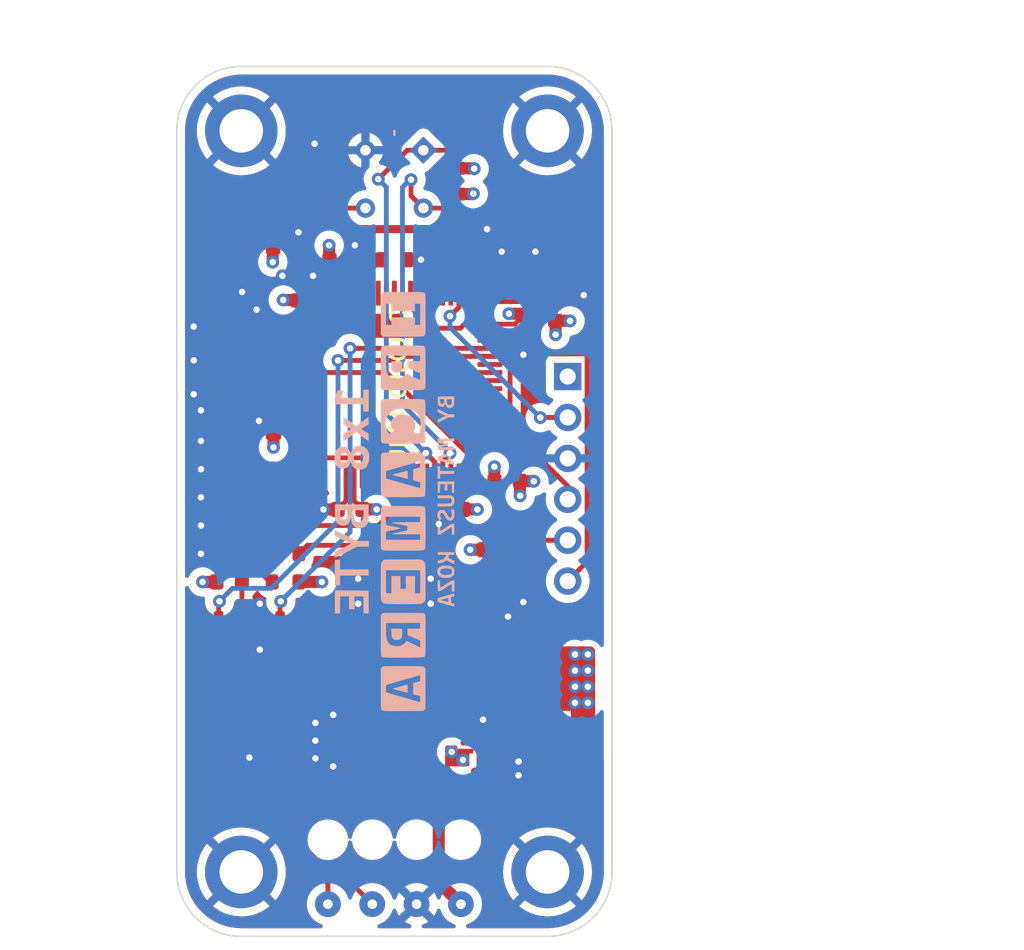
<source format=kicad_pcb>
(kicad_pcb (version 20211014) (generator pcbnew)
  (layers (0 "F.Cu" signal) (1 "In1.Cu" power "GND") (2 "In2.Cu" power "PWR") (31 "B.Cu" signal) (34 "B.Paste" user) (35 "F.Paste" user) (36 "B.SilkS" user "B.Silkscreen") (37 "F.SilkS" user "F.Silkscreen") (38 "B.Mask" user) (39 "F.Mask" user) (44 "Edge.Cuts" user))
  (net 0 "")
  (net 1 "/+3V3_uC")
  (net 2 "GND")
  (net 3 "/OSC IN")
  (net 4 "Net-(C10-Pad1)")
  (net 5 "/NRST")
  (net 6 "/Power Supply 3.3v 2.6v/+24V safe")
  (net 7 "Net-(C13-Pad1)")
  (net 8 "Net-(C14-Pad1)")
  (net 9 "+2V6")
  (net 10 "+3V3")
  (net 11 "Net-(C17-Pad1)")
  (net 12 "Net-(D2-Pad2)")
  (net 13 "Net-(D3-Pad2)")
  (net 14 "Net-(D4-Pad2)")
  (net 15 "Net-(D5-Pad2)")
  (net 16 "Net-(D6-Pad2)")
  (net 17 "+24V")
  (net 18 "Net-(F1-Pad2)")
  (net 19 "Net-(FB4-Pad2)")
  (net 22 "/CAN -")
  (net 23 "/SCL")
  (net 24 "/SDA")
  (net 25 "/SWCLK")
  (net 26 "/SWDIO")
  (net 27 "/SWO")
  (net 28 "/CAN +")
  (net 29 "Net-(IC1-Pad8)")
  (net 30 "Net-(R1-Pad1)")
  (net 31 "/OSC OUT")
  (net 32 "Net-(R3-Pad1)")
  (net 33 "/LED ERR")
  (net 34 "/LED WAR1")
  (net 35 "/LED WAR2")
  (net 36 "/LED OK")
  (net 64 "/CAN RX")
  (net 65 "/CAN TX")
  (footprint "Resistor_SMD:R_0603_1608Metric" (layer "F.Cu") (at 106 90.25 180)
    (fp_text reference "R8")
    (fp_text value "1k5")
  )
  (footprint "MountingHole:MountingHole_2.7mm_M2.5_ISO14580_Pad" (layer "F.Cu") (at 103.25 67.5)
    (fp_text reference "H4")
    (fp_text value "Mounting_Pad")
  )
  (footprint "MountingHole:MountingHole_2.7mm_M2.5_ISO14580_Pad" (layer "F.Cu") (at 103.25 113.5)
    (fp_text reference "H2")
    (fp_text value "Mounting_Pad")
  )
  (footprint "Diode_SMD:D_0603_1608Metric" (layer "F.Cu") (at 102.5 86.75)
    (fp_text reference "D2")
    (fp_text value "RED")
  )
  (footprint "Mosfet:SOT-223-4-NFET" (layer "F.Cu") (at 111.25 102.25)
    (fp_text reference "Q1")
    (fp_text value "FQT3P20TF" hide)
  )
  (footprint "Diode_SMD:D_0603_1608Metric" (layer "F.Cu") (at 102.5 88.5)
    (fp_text reference "D4")
    (fp_text value "YELLOW")
  )
  (footprint "Capacitor_SMD:C_0603_1608Metric" (layer "F.Cu") (at 120.75 79.75 -90)
    (fp_text reference "C4")
    (fp_text value "100n")
  )
  (footprint "Resistor_SMD:R_0603_1608Metric" (layer "F.Cu") (at 106 93.75 180)
    (fp_text reference "R9")
    (fp_text value "1k5")
  )
  (footprint "Package_TO_SOT_SMD:SOT-23-5" (layer "F.Cu") (at 121.5 75 180)
    (fp_text reference "U2")
    (fp_text value "MIC5306-2.6YD5-TR")
  )
  (footprint "Inductor_SMD:L_0603_1608Metric" (layer "F.Cu") (at 108.75 72.25 90)
    (fp_text reference "FB3")
    (fp_text value "60R@100MHz")
  )
  (footprint "Resistor_SMD:R_0603_1608Metric" (layer "F.Cu") (at 106 88.5 180)
    (fp_text reference "R4")
    (fp_text value "1k5")
  )
  (footprint "Inductor_SMD:L_0603_1608Metric" (layer "F.Cu") (at 102.5 95.5)
    (fp_text reference "FB4")
    (fp_text value "60R@100MHz")
  )
  (footprint "Package_DFN_QFN:TDFN-8-1EP_2x2mm_P0.5mm_EP0.8x1.2mm" (layer "F.Cu") (at 118.25 105.25)
    (fp_text reference "IC1")
    (fp_text value "MAX15462AATA+")
  )
  (footprint "Jumper:SolderJumper-2_P1.3mm_Open_TrianglePad1.0x1.5mm" (layer "F.Cu") (at 111.25 102.25)
    (fp_text reference "JP1")
    (fp_text value "SolderJumper_2_Open")
  )
  (footprint "Capacitor_SMD:C_0603_1608Metric" (layer "F.Cu") (at 109.5 75.5)
    (fp_text reference "C2")
    (fp_text value "100n")
  )
  (footprint "Capacitor_SMD:C_1206_3216Metric" (layer "F.Cu") (at 122.95 105.25 180)
    (fp_text reference "C16")
    (fp_text value "10u")
  )
  (footprint "Diode_SMD:D_0603_1608Metric" (layer "F.Cu") (at 102.5 90.25)
    (fp_text reference "D3")
    (fp_text value "YELLOW")
  )
  (footprint "Package_SO:SOIC-8_3.9x4.9mm_P1.27mm" (layer "F.Cu") (at 103.75 100.75 -90)
    (fp_text reference "U3")
    (fp_text value "SN65HVD232")
  )
  (footprint "Capacitor_SMD:C_0603_1608Metric" (layer "F.Cu") (at 106 74.75)
    (fp_text reference "C1")
    (fp_text value "4u7")
  )
  (footprint "Capacitor_SMD:C_0603_1608Metric" (layer "F.Cu") (at 108.75 69 90)
    (fp_text reference "C17")
    (fp_text value "100n")
  )
  (footprint "Capacitor_SMD:C_0603_1608Metric" (layer "F.Cu") (at 117.475 103)
    (fp_text reference "C12")
    (fp_text value "1u")
  )
  (footprint "Crystal:Crystal_SMD_SeikoEpson_TSX3225-4Pin_3.2x2.5mm" (layer "F.Cu") (at 102.5 81.75 -90)
    (fp_text reference "Y1")
    (fp_text value "16MGHz")
  )
  (footprint "Inductor_SMD:L_0603_1608Metric" (layer "F.Cu") (at 122.75 78.5 90)
    (fp_text reference "FB2")
    (fp_text value "60R@100MHz")
  )
  (footprint "logo:logo_3mm_FCu" (layer "F.Cu") (at 102.5 73.75 90)
    (fp_text reference "G***")
    (fp_text value "LOGO" hide)
  )
  (footprint "Diode_SMD:D_0603_1608Metric" (layer "F.Cu") (at 102.5 92)
    (fp_text reference "D5")
    (fp_text value "GREEN")
  )
  (footprint "Capacitor_SMD:C_0603_1608Metric" (layer "F.Cu") (at 118.725 107.5)
    (fp_text reference "C13")
    (fp_text value "1u")
  )
  (footprint "Capacitor_SMD:C_0603_1608Metric" (layer "F.Cu") (at 124.5 76 -90)
    (fp_text reference "C14")
    (fp_text value "100n")
  )
  (footprint "Connector_Wire:SolderWire-0.1sqmm_1x04_P3.6mm_D0.4mm_OD1mm_Relief" (layer "F.Cu") (at 116.875 115.5 180)
    (fp_text reference "J2")
    (fp_text value "CAN_01x04")
  )
  (footprint "Capacitor_SMD:C_0603_1608Metric" (layer "F.Cu") (at 102.575 84.85 180)
    (fp_text reference "C10")
    (fp_text value "8p")
  )
  (footprint "Inductor_SMD:L_Vishay_IFSC-1515AH_4x4x1.8mm" (layer "F.Cu") (at 121.475 101.5)
    (fp_text reference "L1")
    (fp_text value "33μH")
  )
  (footprint "Fuse:Fuse_1210_3225Metric" (layer "F.Cu") (at 114 108.5 180)
    (fp_text reference "F1")
    (fp_text value "200mA")
  )
  (footprint "Resistor_SMD:R_0603_1608Metric" (layer "F.Cu") (at 112.75 75.5)
    (fp_text reference "R1")
    (fp_text value "100k")
  )
  (footprint "Capacitor_SMD:C_0603_1608Metric" (layer "F.Cu") (at 116.25 91 180)
    (fp_text reference "C7")
    (fp_text value "100n")
  )
  (footprint "Button:PTS815SJK250SMTRLFS" (layer "F.Cu") (at 112.75 95 180)
    (fp_text reference "SW1")
    (fp_text value "RESET" hide)
  )
  (footprint "Resistor_SMD:R_0603_1608Metric" (layer "F.Cu") (at 106 95.5 180)
    (fp_text reference "R10")
    (fp_text value "1k5")
  )
  (footprint "Resistor_SMD:R_0603_1608Metric" (layer "F.Cu") (at 105.25 82 -90)
    (fp_text reference "R2")
    (fp_text value "47")
  )
  (footprint "MountingHole:MountingHole_2.7mm_M2.5_ISO14580_Pad" (layer "F.Cu") (at 122.25 67.5)
    (fp_text reference "H3")
    (fp_text value "Mounting_Pad")
  )
  (footprint "Capacitor_SMD:C_0603_1608Metric" (layer "F.Cu") (at 105.25 85.5 90)
    (fp_text reference "C3")
    (fp_text value "100n")
  )
  (footprint "Resistor_SMD:R_0603_1608Metric" (layer "F.Cu") (at 119.075 93.5 180)
    (fp_text reference "R11")
    (fp_text value "10k")
  )
  (footprint "Package_TO_SOT_SMD:SOT-23" (layer "F.Cu") (at 103.75 106.5 90)
    (fp_text reference "D1")
    (fp_text value "PESD2CAN,215")
  )
  (footprint "Diode_SMD:D_0603_1608Metric" (layer "F.Cu") (at 102.5 93.75)
    (fp_text reference "D6")
    (fp_text value "RED")
  )
  (footprint "Package_QFP:LQFP-64_10x10mm_P0.5mm" (layer "F.Cu") (at 113 83.25)
    (fp_text reference "U1")
    (fp_text value "STM32L4P5RET6")
  )
  (footprint "Capacitor_SMD:C_0603_1608Metric" (layer "F.Cu") (at 118.5 75.25 90)
    (fp_text reference "C15")
    (fp_text value "100n")
  )
  (footprint "Resistor_SMD:R_0603_1608Metric" (layer "F.Cu") (at 116.756052 69 90)
    (fp_text reference "R6")
    (fp_text value "4k7")
  )
  (footprint "Resistor_SMD:R_0603_1608Metric" (layer "F.Cu") (at 106 92 180)
    (fp_text reference "R7")
    (fp_text value "1k5")
  )
  (footprint "Capacitor_SMD:C_0603_1608Metric" (layer "F.Cu") (at 106.75 77.25 90)
    (fp_text reference "C5")
    (fp_text value "100n")
  )
  (footprint "MountingHole:MountingHole_2.7mm_M2.5_ISO14580_Pad" (layer "F.Cu") (at 122.25 113.5)
    (fp_text reference "H1")
    (fp_text value "Mounting_Pad")
  )
  (footprint "Capacitor_SMD:C_0603_1608Metric" (layer "F.Cu") (at 119.825 96 -90)
    (fp_text reference "C11")
    (fp_text value "100n")
  )
  (footprint "Capacitor_SMD:C_0603_1608Metric" (layer "F.Cu") (at 102.55 78.6)
    (fp_text reference "C9")
    (fp_text value "8p")
  )
  (footprint "Resistor_SMD:R_0603_1608Metric" (layer "F.Cu") (at 118.075 96 -90)
    (fp_text reference "R3")
    (fp_text value "1k")
  )
  (footprint "logo:logo_3mm_FMask" (layer "F.Cu") (at 102.5 73.75 90)
    (fp_text reference "G***")
    (fp_text value "LOGO" hide)
  )
  (footprint "Resistor_SMD:R_0603_1608Metric" (layer "F.Cu") (at 116.75 72.25 -90)
    (fp_text reference "R5")
    (fp_text value "4k7")
  )
  (footprint "Capacitor_SMD:C_0603_1608Metric" (layer "F.Cu") (at 110 91 180)
    (fp_text reference "C6")
    (fp_text value "100n")
  )
  (footprint "Inductor_SMD:L_0603_1608Metric" (layer "F.Cu") (at 119.75 89.25 180)
    (fp_text reference "FB1")
    (fp_text value "60R@100MHz")
  )
  (footprint "IRSensor:MLX90621ESFBAB000SP" (layer "B.Cu") (at 114.546052 68.70395 45)
    (fp_text reference "IC2")
    (fp_text value "MLX90621ESF-BAB-000-SP" hide)
  )
  (footprint "Connector_PinHeader_2.54mm:PinHeader_1x06_P2.54mm_Vertical" (layer "B.Cu") (at 123.5 82.75 180)
    (fp_text reference "J1")
    (fp_text value "SWD_01x06")
  )
  (footprint "mylogo:logo" (layer "B.Cu") (at 112.75 90.5 -90)
    (fp_text reference "G***")
    (fp_text value "LOGO" hide)
  )
  (gr_line (start 112.75 67.5) (end 112.75 67.75) (layer "B.SilkS") (width 0.15))
  (gr_line (start 103.25 117.5) (end 122.25 117.5) (layer "Edge.Cuts") (width 0.1))
  (gr_arc (start 103.25 117.5) (mid 100.421573 116.328427) (end 99.25 113.5) (layer "Edge.Cuts") (width 0.1))
  (gr_arc (start 99.25 67.5) (mid 100.421573 64.671573) (end 103.25 63.5) (layer "Edge.Cuts") (width 0.1))
  (gr_line (start 99.25 67.5) (end 99.25 113.5) (layer "Edge.Cuts") (width 0.1))
  (gr_line (start 126.25 67.5) (end 126.25 113.5) (layer "Edge.Cuts") (width 0.1))
  (gr_arc (start 122.25 63.5) (mid 125.078427 64.671573) (end 126.25 67.5) (layer "Edge.Cuts") (width 0.1))
  (gr_line (start 103.25 63.5) (end 122.25 63.5) (layer "Edge.Cuts") (width 0.1))
  (gr_arc (start 126.25 113.5) (mid 125.078427 116.328427) (end 122.25 117.5) (layer "Edge.Cuts") (width 0.1))
  (gr_text "JLCJLCJLCJLC" (at 113 83.25 90) (layer "F.SilkS") (effects (font (size 0.9 0.9) (thickness 0.19))))
  (segment (start 105.2 74.775) (end 105.225 74.75) (width 0.75) (layer "F.Cu") (net 1))
  (segment (start 116.75 88.925) (end 116.75 90.725) (width 0.3) (layer "F.Cu") (net 1))
  (segment (start 117.9 91) (end 117.025 91) (width 0.75) (layer "F.Cu") (net 1))
  (segment (start 116.75 90.725) (end 117.025 91) (width 0.3) (layer "F.Cu") (net 1))
  (segment (start 105.2 75.65) (end 105.2 74.775) (width 0.75) (layer "F.Cu") (net 1))
  (segment (start 105.25 86.275) (end 106.025 85.5) (width 0.3) (layer "F.Cu") (net 1))
  (segment (start 106.725 78) (end 106.75 78.025) (width 0.75) (layer "F.Cu") (net 1))
  (segment (start 105.85 78) (end 106.725 78) (width 0.75) (layer "F.Cu") (net 1))
  (segment (start 120.225 79.5) (end 120.75 78.975) (width 0.3) (layer "F.Cu") (net 1))
  (segment (start 109.25 77.575) (end 109.25 76.025) (width 0.3) (layer "F.Cu") (net 1))
  (segment (start 118.95 89.2375) (end 118.9625 89.25) (width 0.75) (layer "F.Cu") (net 1))
  (segment (start 118.675 79.5) (end 120.225 79.5) (width 0.3) (layer "F.Cu") (net 1))
  (segment (start 110.25 90.475) (end 110.25 88.925) (width 0.3) (layer "F.Cu") (net 1))
  (segment (start 110.775 91) (end 110.25 90.475) (width 0.3) (layer "F.Cu") (net 1))
  (segment (start 105.25 87.15) (end 105.25 86.275) (width 0.75) (layer "F.Cu") (net 1))
  (segment (start 107.325 79.5) (end 107.325 78.6) (width 0.3) (layer "F.Cu") (net 1))
  (segment (start 107.325 78.6) (end 106.75 78.025) (width 0.3) (layer "F.Cu") (net 1))
  (segment (start 108.7 75.475) (end 108.725 75.5) (width 0.75) (layer "F.Cu") (net 1))
  (segment (start 118.95 88.35) (end 118.95 89.2375) (width 0.75) (layer "F.Cu") (net 1))
  (segment (start 111.65 91) (end 110.775 91) (width 0.75) (layer "F.Cu") (net 1))
  (segment (start 106.025 85.5) (end 107.325 85.5) (width 0.3) (layer "F.Cu") (net 1))
  (segment (start 119.85 78.85) (end 120.625 78.85) (width 0.75) (layer "F.Cu") (net 1))
  (segment (start 120.625 78.85) (end 120.75 78.975) (width 0.75) (layer "F.Cu") (net 1))
  (segment (start 109.25 76.025) (end 108.725 75.5) (width 0.3) (layer "F.Cu") (net 1))
  (segment (start 108.7 74.6) (end 108.7 75.475) (width 0.75) (layer "F.Cu") (net 1))
  (via (at 118.95 88.35) (size 0.8) (drill 0.4) (layers "F.Cu" "B.Cu") (net 1))
  (via (at 105.85 78) (size 0.8) (drill 0.4) (layers "F.Cu" "B.Cu") (net 1))
  (via (at 119.85 78.85) (size 0.8) (drill 0.4) (layers "F.Cu" "B.Cu") (net 1))
  (via (at 111.65 91) (size 0.8) (drill 0.4) (layers "F.Cu" "B.Cu") (net 1))
  (via (at 108.7 74.6) (size 0.8) (drill 0.4) (layers "F.Cu" "B.Cu") (net 1))
  (via (at 105.2 75.65) (size 0.8) (drill 0.4) (layers "F.Cu" "B.Cu") (net 1))
  (via (at 117.9 91) (size 0.8) (drill 0.4) (layers "F.Cu" "B.Cu") (net 1))
  (via (at 105.25 87.15) (size 0.8) (drill 0.4) (layers "F.Cu" "B.Cu") (net 1))
  (segment (start 101.7 84.75) (end 101.8 84.85) (width 0.5) (layer "F.Cu") (net 2))
  (segment (start 107.7 76.5) (end 106.775 76.5) (width 0.75) (layer "F.Cu") (net 2))
  (segment (start 106.725 76.5) (end 106.75 76.475) (width 0.75) (layer "F.Cu") (net 2))
  (segment (start 110.3 74.6) (end 110.3 75.475) (width 0.75) (layer "F.Cu") (net 2))
  (segment (start 101.7125 90.25) (end 100.85 90.25) (width 0.75) (layer "F.Cu") (net 2))
  (segment (start 103.3 78.625) (end 103.325 78.6) (width 0.5) (layer "F.Cu") (net 2))
  (segment (start 119.8 96.8) (end 119.825 96.775) (width 0.75) (layer "F.Cu") (net 2))
  (segment (start 118.5 73.6) (end 118.5 74.475) (width 0.75) (layer "F.Cu") (net 2))
  (segment (start 107.875 68.225) (end 107.8 68.3) (width 0.75) (layer "F.Cu") (net 2))
  (segment (start 106.8 73.8) (end 106.8 74.725) (width 0.75) (layer "F.Cu") (net 2))
  (segment (start 108.75 68.225) (end 107.875 68.225) (width 0.75) (layer "F.Cu") (net 2))
  (segment (start 101.7125 93.75) (end 100.85 93.75) (width 0.75) (layer "F.Cu") (net 2))
  (segment (start 120.75 96.75) (end 119.85 96.75) (width 0.75) (layer "F.Cu") (net 2))
  (segment (start 104.4 99.7) (end 104.4 98.29) (width 0.5) (layer "F.Cu") (net 2))
  (segment (start 118.675 80) (end 120.225 80) (width 0.3) (layer "F.Cu") (net 2))
  (segment (start 116.25 90.225) (end 116.25 88.925) (width 0.3) (layer "F.Cu") (net 2))
  (segment (start 101.7125 92) (end 100.85 92) (width 0.75) (layer "F.Cu") (net 2))
  (segment (start 104.35 85.5) (end 105.125 84.725) (width 0.75) (layer "F.Cu") (net 2))
  (segment (start 105.8 76.5) (end 106.725 76.5) (width 0.75) (layer "F.Cu") (net 2))
  (segment (start 104.4 98.29) (end 104.385 98.275) (width 0.5) (layer "F.Cu") (net 2))
  (segment (start 105.25 84.725) (end 105.525 85) (width 0.3) (layer "F.Cu") (net 2))
  (segment (start 103.3 78.575) (end 103.325 78.6) (width 0.75) (layer "F.Cu") (net 2))
  (segment (start 105.125 84.725) (end 105.25 84.725) (width 0.75) (layer "F.Cu") (net 2))
  (segment (start 109.225 91) (end 109.75 90.475) (width 0.3) (layer "F.Cu") (net 2))
  (segment (start 124.5 77.7) (end 124.5 76.775) (width 0.75) (layer "F.Cu") (net 2))
  (segment (start 120.75 81.4) (end 120.75 80.525) (width 0.75) (layer "F.Cu") (net 2))
  (segment (start 114.4 75.5) (end 113.575 75.5) (width 0.75) (layer "F.Cu") (net 2))
  (segment (start 101.7125 86.75) (end 101.7125 93.75) (width 0.75) (layer "F.Cu") (net 2))
  (segment (start 110.3 75.475) (end 110.275 75.5) (width 0.75) (layer "F.Cu") (net 2))
  (segment (start 100.75 84.85) (end 101.8 84.85) (width 0.75) (layer "F.Cu") (net 2))
  (segment (start 110.5 95.3) (end 110.5 96.075) (width 0.75) (layer "F.Cu") (net 2))
  (segment (start 101.7125 88.5) (end 100.85 88.5) (width 0.75) (layer "F.Cu") (net 2))
  (segment (start 104.2 78.6) (end 103.325 78.6) (width 0.75) (layer "F.Cu") (net 2))
  (segment (start 101.7 82.85) (end 101.7 84.75) (width 0.5) (layer "F.Cu") (net 2))
  (segment (start 115 95.3) (end 115 96.075) (width 0.75) (layer "F.Cu") (net 2))
  (segment (start 108.35 91) (end 109.225 91) (width 0.75) (layer "F.Cu") (net 2))
  (segment (start 103.3 77.5) (end 103.3 78.575) (width 0.75) (layer "F.Cu") (net 2))
  (segment (start 104.4 98.26) (end 104.385 98.275) (width 0.5) (layer "F.Cu") (net 2))
  (segment (start 103.3 80.65) (end 103.3 78.625) (width 0.5) (layer "F.Cu") (net 2))
  (segment (start 103.75 105.5) (end 103.75 106.4) (width 0.5) (layer "F.Cu") (net 2))
  (segment (start 121.5 75) (end 122.6375 75) (width 0.75) (layer "F.Cu") (net 2))
  (segment (start 115 96.85) (end 115 96.075) (width 0.75) (layer "F.Cu") (net 2))
  (segment (start 115.475 91) (end 116.25 90.225) (width 0.3) (layer "F.Cu") (net 2))
  (segment (start 115.5 91.025) (end 115.475 91) (width 0.75) (layer "F.Cu") (net 2))
  (segment (start 106.8 74.725) (end 106.775 74.75) (width 0.75) (layer "F.Cu") (net 2))
  (segment (start 109.75 77.575) (end 109.75 76.025) (width 0.3) (layer "F.Cu") (net 2))
  (segment (start 119.8 97.65) (end 119.8 96.8) (width 0.75) (layer "F.Cu") (net 2))
  (segment (start 106.775 76.5) (end 106.75 76.475) (width 0.75) (layer "F.Cu") (net 2))
  (segment (start 109.75 90.475) (end 109.75 88.925) (width 0.3) (layer "F.Cu") (net 2))
  (segment (start 119.4 75) (end 119.025 75) (width 0.75) (layer "F.Cu") (net 2))
  (segment (start 101.7125 86.75) (end 100.85 86.75) (width 0.75) (layer "F.Cu") (net 2))
  (segment (start 109.75 76.025) (end 110.275 75.5) (width 0.3) (layer "F.Cu") (net 2))
  (segment (start 119.4 75) (end 121.5 75) (width 0.75) (layer "F.Cu") (net 2))
  (segment (start 110.5 96.85) (end 110.5 96.075) (width 0.75) (layer "F.Cu") (net 2))
  (segment (start 115.5 91.9) (end 115.5 91.025) (width 0.75) (layer "F.Cu") (net 2))
  (segment (start 119.85 96.75) (end 119.825 96.775) (width 0.75) (layer "F.Cu") (net 2))
  (segment (start 105.525 85) (end 107.325 85) (width 0.3) (layer "F.Cu") (net 2))
  (segment (start 120.225 80) (end 120.75 80.525) (width 0.3) (layer "F.Cu") (net 2))
  (segment (start 104.4 96.85) (end 104.4 98.26) (width 0.5) (layer "F.Cu") (net 2))
  (segment (start 119.025 75) (end 118.5 74.475) (width 0.75) (layer "F.Cu") (net 2))
  (via (at 114.4 75.5) (size 0.8) (drill 0.4) (layers "F.Cu" "B.Cu") (net 2))
  (via (at 103.75 106.4) (size 0.8) (drill 0.4) (layers "F.Cu" "B.Cu") (net 2))
  (via (at 118.5 73.6) (size 0.8) (drill 0.4) (layers "F.Cu" "B.Cu") (net 2))
  (via (at 100.75 92) (size 0.8) (drill 0.4) (layers "F.Cu" "B.Cu") (net 2))
  (via (at 110.5 95.3) (size 0.8) (drill 0.4) (layers "F.Cu" "B.Cu") (net 2))
  (via (at 108.35 91) (size 0.8) (drill 0.4) (layers "F.Cu" "B.Cu") (net 2))
  (via (at 100.75 93.75) (size 0.8) (drill 0.4) (layers "F.Cu" "B.Cu") (net 2))
  (via (at 107.85 104.25) (size 0.8) (drill 0.4) (layers "F.Cu" "B.Cu") (net 2))
  (via (at 100.75 84.85) (size 0.8) (drill 0.4) (layers "F.Cu" "B.Cu") (net 2))
  (via (at 100.75 88.5) (size 0.8) (drill 0.4) (layers "F.Cu" "B.Cu") (net 2))
  (via (at 118.25 104.05) (size 0.8) (drill 0.4) (layers "F.Cu" "B.Cu") (net 2))
  (via (at 106.8 73.8) (size 0.8) (drill 0.4) (layers "F.Cu" "B.Cu") (net 2))
  (via (at 104.4 99.7) (size 0.8) (drill 0.4) (layers "F.Cu" "B.Cu") (net 2))
  (via (at 110.3 74.6) (size 0.8) (drill 0.4) (layers "F.Cu" "B.Cu") (net 2))
  (via (at 115 96.85) (size 0.8) (drill 0.4) (layers "F.Cu" "B.Cu") (net 2))
  (via (at 120.75 81.4) (size 0.8) (drill 0.4) (layers "F.Cu" "B.Cu") (net 2))
  (via (at 115 95.3) (size 0.8) (drill 0.4) (layers "F.Cu" "B.Cu") (net 2))
  (via (at 104.4 96.85) (size 0.8) (drill 0.4) (layers "F.Cu" "B.Cu") (net 2))
  (via (at 107.8 68.3) (size 0.8) (drill 0.4) (layers "F.Cu" "B.Cu") (net 2))
  (via (at 120.45 106.65) (size 0.8) (drill 0.4) (layers "F.Cu" "B.Cu") (net 2))
  (via (at 100.75 86.75) (size 0.8) (drill 0.4) (layers "F.Cu" "B.Cu") (net 2))
  (via (at 124.5 77.7) (size 0.8) (drill 0.4) (layers "F.Cu" "B.Cu") (net 2))
  (via (at 100.3 83.85) (size 0.8) (drill 0.4) (layers "F.Cu" "B.Cu") (net 2))
  (via (at 100.3 79.65) (size 0.8) (drill 0.4) (layers "F.Cu" "B.Cu") (net 2))
  (via (at 100.75 90.25) (size 0.8) (drill 0.4) (layers "F.Cu" "B.Cu") (net 2))
  (via (at 103.3 77.5) (size 0.8) (drill 0.4) (layers "F.Cu" "B.Cu") (net 2))
  (via (at 115.5 91.9) (size 0.8) (drill 0.4) (layers "F.Cu" "B.Cu") (net 2))
  (via (at 104.2 78.6) (size 0.8) (drill 0.4) (layers "F.Cu" "B.Cu") (net 2))
  (via (at 119.4 75) (size 0.8) (drill 0.4) (layers "F.Cu" "B.Cu") (net 2))
  (via (at 108.95 103.75) (size 0.8) (drill 0.4) (layers "F.Cu" "B.Cu") (net 2))
  (via (at 104.35 85.5) (size 0.8) (drill 0.4) (layers "F.Cu" "B.Cu") (net 2))
  (via (at 121.5 75) (size 0.8) (drill 0.4) (layers "F.Cu" "B.Cu") (net 2))
  (via (at 107.7 76.5) (size 0.8) (drill 0.4) (layers "F.Cu" "B.Cu") (net 2))
  (via (at 105.8 76.5) (size 0.8) (drill 0.4) (layers "F.Cu" "B.Cu") (net 2))
  (via (at 107.85 105.35) (size 0.8) (drill 0.4) (layers "F.Cu" "B.Cu") (net 2))
  (via (at 120.45 107.5) (size 0.8) (drill 0.4) (layers "F.Cu" "B.Cu") (net 2))
  (via (at 100.3 81.75) (size 0.8) (drill 0.4) (layers "F.Cu" "B.Cu") (net 2))
  (via (at 108.95 106.95) (size 0.8) (drill 0.4) (layers "F.Cu" "B.Cu") (net 2))
  (via (at 110.5 96.85) (size 0.8) (drill 0.4) (layers "F.Cu" "B.Cu") (net 2))
  (via (at 107.85 106.45) (size 0.8) (drill 0.4) (layers "F.Cu" "B.Cu") (net 2))
  (via (at 119.8 97.65) (size 0.8) (drill 0.4) (layers "F.Cu" "B.Cu") (net 2))
  (via (at 120.75 96.75) (size 0.8) (drill 0.4) (layers "F.Cu" "B.Cu") (net 2))
  (segment (start 104.225 81.7) (end 104.25 81.675) (width 0.3) (layer "F.Cu") (net 3))
  (segment (start 106.2 81.45) (end 106.25 81.5) (width 0.3) (layer "F.Cu") (net 3))
  (segment (start 101.7 81.65) (end 101.75 81.7) (width 0.3) (layer "F.Cu") (net 3))
  (segment (start 101.775 78.6) (end 101.775 80.575) (width 0.5) (layer "F.Cu") (net 3))
  (segment (start 106.2 80.872183) (end 106.2 81.45) (width 0.3) (layer "F.Cu") (net 3))
  (segment (start 104.25 81.675) (end 104.25 80.922183) (width 0.3) (layer "F.Cu") (net 3))
  (segment (start 104.747183 80.425) (end 105.752817 80.425) (width 0.3) (layer "F.Cu") (net 3))
  (segment (start 104.25 80.922183) (end 104.747183 80.425) (width 0.3) (layer "F.Cu") (net 3))
  (segment (start 101.7 80.65) (end 101.7 81.65) (width 0.3) (layer "F.Cu") (net 3))
  (segment (start 101.775 80.575) (end 101.7 80.65) (width 0.5) (layer "F.Cu") (net 3))
  (segment (start 106.25 81.5) (end 107.325 81.5) (width 0.3) (layer "F.Cu") (net 3))
  (segment (start 101.75 81.7) (end 104.225 81.7) (width 0.3) (layer "F.Cu") (net 3))
  (segment (start 105.752817 80.425) (end 106.2 80.872183) (width 0.3) (layer "F.Cu") (net 3))
  (segment (start 105.225 82.85) (end 105.25 82.825) (width 0.5) (layer "F.Cu") (net 4))
  (segment (start 103.3 82.85) (end 103.3 84.8) (width 0.5) (layer "F.Cu") (net 4))
  (segment (start 103.3 84.8) (end 103.35 84.85) (width 0.5) (layer "F.Cu") (net 4))
  (segment (start 103.3 82.85) (end 105.225 82.85) (width 0.5) (layer "F.Cu") (net 4))
  (segment (start 118.225 96.825) (end 119.825 95.225) (width 0.3) (layer "F.Cu") (net 5))
  (segment (start 119.9 93.5) (end 120.49 92.91) (width 0.3) (layer "F.Cu") (net 5))
  (segment (start 120.49 92.91) (end 123.5 92.91) (width 0.3) (layer "F.Cu") (net 5))
  (segment (start 119.825 93.575) (end 119.9 93.5) (width 0.3) (layer "F.Cu") (net 5))
  (segment (start 119.825 95.225) (end 119.825 93.575) (width 0.3) (layer "F.Cu") (net 5))
  (segment (start 112.260164 82.5) (end 107.325 82.5) (width 0.3) (layer "F.Cu") (net 5))
  (segment (start 121.343166 92.91) (end 117.4 88.966834) (width 0.3) (layer "F.Cu") (net 5))
  (segment (start 117.4 87.639836) (end 112.260164 82.5) (width 0.3) (layer "F.Cu") (net 5))
  (segment (start 117.4 88.966834) (end 117.4 87.639836) (width 0.3) (layer "F.Cu") (net 5))
  (segment (start 118.075 96.825) (end 118.225 96.825) (width 0.3) (layer "F.Cu") (net 5))
  (segment (start 123.5 92.91) (end 121.343166 92.91) (width 0.3) (layer "F.Cu") (net 5))
  (segment (start 122.75 76.0625) (end 122.6375 75.95) (width 0.5) (layer "F.Cu") (net 8))
  (segment (start 123.775 75.95) (end 122.6375 75.95) (width 0.5) (layer "F.Cu") (net 8))
  (segment (start 124.5 75.225) (end 123.775 75.95) (width 0.5) (layer "F.Cu") (net 8))
  (segment (start 123.325 74.05) (end 122.6375 74.05) (width 0.5) (layer "F.Cu") (net 8))
  (segment (start 124.5 75.225) (end 123.325 74.05) (width 0.5) (layer "F.Cu") (net 8))
  (segment (start 122.75 77.7125) (end 122.75 76.0625) (width 0.5) (layer "F.Cu") (net 8))
  (segment (start 117.425 76.025) (end 115 73.6) (width 0.5) (layer "F.Cu") (net 9))
  (segment (start 109.3125 73.6) (end 108.75 73.0375) (width 0.5) (layer "F.Cu") (net 9))
  (segment (start 120.3625 75.95) (end 118.575 75.95) (width 0.5) (layer "F.Cu") (net 9))
  (segment (start 118.5 76.025) (end 117.425 76.025) (width 0.5) (layer "F.Cu") (net 9))
  (segment (start 118.575 75.95) (end 118.5 76.025) (width 0.5) (layer "F.Cu") (net 9))
  (segment (start 115 73.6) (end 109.3125 73.6) (width 0.5) (layer "F.Cu") (net 9))
  (segment (start 123.6375 79.2875) (end 123.65 79.3) (width 0.75) (layer "F.Cu") (net 10))
  (segment (start 117.625 71.425) (end 117.65 71.4) (width 0.75) (layer "F.Cu") (net 10))
  (segment (start 120.5375 90.1375) (end 120.55 90.15) (width 0.75) (layer "F.Cu") (net 10))
  (segment (start 100.85 95.5) (end 101.7125 95.5) (width 0.75) (layer "F.Cu") (net 10))
  (segment (start 121.354696 89.25) (end 121.377348 89.272652) (width 0.75) (layer "F.Cu") (net 10))
  (segment (start 120.5375 89.25) (end 121.354696 89.25) (width 0.75) (layer "F.Cu") (net 10))
  (segment (start 122.75 79.2875) (end 122.75 80.15) (width 0.75) (layer "F.Cu") (net 10))
  (segment (start 117.45 93.5) (end 118.25 93.5) (width 0.75) (layer "F.Cu") (net 10))
  (segment (start 120.5375 89.25) (end 120.5375 90.1375) (width 0.75) (layer "F.Cu") (net 10))
  (segment (start 108.25 95.5) (end 106.825 95.5) (width 0.75) (layer "F.Cu") (net 10))
  (segment (start 117.675 69.825) (end 117.7 69.85) (width 0.75) (layer "F.Cu") (net 10))
  (segment (start 116.756052 69.825) (end 117.675 69.825) (width 0.75) (layer "F.Cu") (net 10))
  (segment (start 122.75 79.2875) (end 123.6375 79.2875) (width 0.75) (layer "F.Cu") (net 10))
  (segment (start 116.75 71.425) (end 117.625 71.425) (width 0.75) (layer "F.Cu") (net 10))
  (via (at 117.65 71.4) (size 0.8) (drill 0.4) (layers "F.Cu" "B.Cu") (net 10))
  (via (at 123.95 103) (size 0.8) (drill 0.4) (layers "F.Cu" "B.Cu") (net 10))
  (via (at 123.95 101) (size 0.8) (drill 0.4) (layers "F.Cu" "B.Cu") (net 10))
  (via (at 117.7 69.85) (size 0.8) (drill 0.4) (layers "F.Cu" "B.Cu") (net 10))
  (via (at 117 106.55) (size 0.8) (drill 0.4) (layers "F.Cu" "B.Cu") (net 10))
  (via (at 122.75 80.15) (size 0.8) (drill 0.4) (layers "F.Cu" "B.Cu") (net 10))
  (via (at 121.4 89.25) (size 0.8) (drill 0.4) (layers "F.Cu" "B.Cu") (net 10))
  (via (at 100.85 95.5) (size 0.8) (drill 0.4) (layers "F.Cu" "B.Cu") (net 10))
  (via (at 108.25 95.5) (size 0.8) (drill 0.4) (layers "F.Cu" "B.Cu") (net 10))
  (via (at 123.95 102) (size 0.8) (drill 0.4) (layers "F.Cu" "B.Cu") (net 10))
  (via (at 124.75 103) (size 0.8) (drill 0.4) (layers "F.Cu" "B.Cu") (net 10))
  (via (at 117.45 93.5) (size 0.8) (drill 0.4) (layers "F.Cu" "B.Cu") (net 10))
  (via (at 116.3 106.05) (size 0.8) (drill 0.4) (layers "F.Cu" "B.Cu") (net 10))
  (via (at 123.65 79.3) (size 0.8) (drill 0.4) (layers "F.Cu" "B.Cu") (net 10))
  (via (at 120.55 90.15) (size 0.8) (drill 0.4) (layers "F.Cu" "B.Cu") (net 10))
  (via (at 124.75 102) (size 0.8) (drill 0.4) (layers "F.Cu" "B.Cu") (net 10))
  (via (at 123.95 100) (size 0.8) (drill 0.4) (layers "F.Cu" "B.Cu") (net 10))
  (via (at 124.75 100) (size 0.8) (drill 0.4) (layers "F.Cu" "B.Cu") (net 10))
  (via (at 124.75 101) (size 0.8) (drill 0.4) (layers "F.Cu" "B.Cu") (net 10))
  (segment (start 108.75 69.775) (end 108.75 71.4625) (width 0.3) (layer "F.Cu") (net 11))
  (segment (start 109.583552 72.296052) (end 108.75 71.4625) (width 0.3) (layer "F.Cu") (net 11))
  (segment (start 110.95395 72.296052) (end 109.583552 72.296052) (width 0.3) (layer "F.Cu") (net 11))
  (segment (start 105.175 88.5) (end 105.0375 88.5) (width 0.3) (layer "F.Cu") (net 12))
  (segment (start 105.0375 88.5) (end 103.2875 86.75) (width 0.3) (layer "F.Cu") (net 12))
  (segment (start 105.0375 92) (end 103.2875 90.25) (width 0.3) (layer "F.Cu") (net 13))
  (segment (start 105.175 92) (end 105.0375 92) (width 0.3) (layer "F.Cu") (net 13))
  (segment (start 105.0375 90.25) (end 103.2875 88.5) (width 0.3) (layer "F.Cu") (net 14))
  (segment (start 105.175 90.25) (end 105.0375 90.25) (width 0.3) (layer "F.Cu") (net 14))
  (segment (start 105.175 93.75) (end 105.0375 93.75) (width 0.3) (layer "F.Cu") (net 15))
  (segment (start 105.0375 93.75) (end 103.2875 92) (width 0.3) (layer "F.Cu") (net 15))
  (segment (start 105.0375 95.5) (end 103.2875 93.75) (width 0.3) (layer "F.Cu") (net 16))
  (segment (start 105.175 95.5) (end 105.0375 95.5) (width 0.3) (layer "F.Cu") (net 16))
  (segment (start 115.5 114.125) (end 116.875 115.5) (width 0.75) (layer "F.Cu") (net 17))
  (segment (start 115.4 108.5) (end 115.5 108.6) (width 0.75) (layer "F.Cu") (net 17))
  (segment (start 115.5 108.6) (end 115.5 114.125) (width 0.75) (layer "F.Cu") (net 17))
  (segment (start 103.2875 95.5) (end 103.2875 98.1025) (width 0.3) (layer "F.Cu") (net 19))
  (segment (start 103.2875 98.1025) (end 103.115 98.275) (width 0.3) (layer "F.Cu") (net 19))
  (segment (start 103.115 103.225) (end 103.475 103.585) (width 0.3) (layer "F.Cu") (net 22))
  (segment (start 103.475 103.585) (end 103.475 104.7) (width 0.3) (layer "F.Cu") (net 22))
  (segment (start 102.8 107.55) (end 103.475 108.225) (width 0.3) (layer "F.Cu") (net 22))
  (segment (start 103.475 104.7) (end 103 104.7) (width 0.3) (layer "F.Cu") (net 22))
  (segment (start 108.625 114.21391) (end 108.625 115.5) (width 0.3) (layer "F.Cu") (net 22))
  (segment (start 103.475 108.225) (end 103.475 109.06391) (width 0.3) (layer "F.Cu") (net 22))
  (segment (start 103.475 109.06391) (end 108.625 114.21391) (width 0.3) (layer "F.Cu") (net 22))
  (segment (start 102.8 106.824999) (end 102.8 107.5) (width 0.3) (layer "F.Cu") (net 22))
  (segment (start 103 104.7) (end 103 106.624999) (width 0.3) (layer "F.Cu") (net 22))
  (segment (start 103 106.624999) (end 102.8 106.824999) (width 0.3) (layer "F.Cu") (net 22))
  (segment (start 102.8 107.5) (end 102.8 107.55) (width 0.3) (layer "F.Cu") (net 22))
  (segment (start 115.25 88.048959) (end 115.25 88.925) (width 0.3) (layer "F.Cu") (net 23))
  (segment (start 116.227102 68.70395) (end 116.756052 68.175) (width 0.3) (layer "F.Cu") (net 23))
  (segment (start 114.701041 87.5) (end 115.25 88.048959) (width 0.3) (layer "F.Cu") (net 23))
  (segment (start 114.7 87.5) (end 114.701041 87.5) (width 0.3) (layer "F.Cu") (net 23))
  (segment (start 114.546052 68.70395) (end 116.227102 68.70395) (width 0.3) (layer "F.Cu") (net 23))
  (segment (start 113.54605 68.70395) (end 111.75 70.5) (width 0.3) (layer "F.Cu") (net 23))
  (segment (start 114.546052 68.70395) (end 113.54605 68.70395) (width 0.3) (layer "F.Cu") (net 23))
  (via (at 111.75 70.5) (size 0.8) (drill 0.4) (layers "F.Cu" "B.Cu") (net 23))
  (via (at 114.7 87.5) (size 0.8) (drill 0.4) (layers "F.Cu" "B.Cu") (net 23))
  (segment (start 112.25 85.05) (end 114.7 87.5) (width 0.3) (layer "B.Cu") (net 23))
  (segment (start 111.75 70.5) (end 112.25 71) (width 0.3) (layer "B.Cu") (net 23))
  (segment (start 112.25 71) (end 112.25 85.05) (width 0.3) (layer "B.Cu") (net 23))
  (segment (start 116.199503 87.5) (end 116.199503 87.561158) (width 0.3) (layer "F.Cu") (net 24))
  (segment (start 113.779978 71.529978) (end 114.546052 72.296052) (width 0.3) (layer "F.Cu") (net 24))
  (segment (start 113.779978 70.529978) (end 113.779978 71.529978) (width 0.3) (layer "F.Cu") (net 24))
  (segment (start 114.546052 72.296052) (end 115.971052 72.296052) (width 0.3) (layer "F.Cu") (net 24))
  (segment (start 115.75 88.010661) (end 115.75 88.925) (width 0.3) (layer "F.Cu") (net 24))
  (segment (start 115.971052 72.296052) (end 116.75 73.075) (width 0.3) (layer "F.Cu") (net 24))
  (segment (start 116.199503 87.561158) (end 115.75 88.010661) (width 0.3) (layer "F.Cu") (net 24))
  (via (at 113.779978 70.529978) (size 0.8) (drill 0.4) (layers "F.Cu" "B.Cu") (net 24))
  (via (at 116.199503 87.5) (size 0.8) (drill 0.4) (layers "F.Cu" "B.Cu") (net 24))
  (segment (start 113.25 71) (end 113.25 84.489339) (width 0.3) (layer "B.Cu") (net 24))
  (segment (start 116.199503 87.438842) (end 116.199503 87.5) (width 0.3) (layer "B.Cu") (net 24))
  (segment (start 113.720022 70.529978) (end 113.25 71) (width 0.3) (layer "B.Cu") (net 24))
  (segment (start 113.779978 70.529978) (end 113.720022 70.529978) (width 0.3) (layer "B.Cu") (net 24))
  (segment (start 113.25 84.489339) (end 116.199503 87.438842) (width 0.3) (layer "B.Cu") (net 24))
  (segment (start 116.2 79) (end 116.201041 79) (width 0.3) (layer "F.Cu") (net 25))
  (segment (start 123.5 85.29) (end 121.81 85.29) (width 0.3) (layer "F.Cu") (net 25))
  (segment (start 116.201041 79) (end 116.75 78.451041) (width 0.3) (layer "F.Cu") (net 25))
  (segment (start 116.75 78.451041) (end 116.75 77.575) (width 0.3) (layer "F.Cu") (net 25))
  (segment (start 121.81 85.29) (end 121.8 85.3) (width 0.3) (layer "F.Cu") (net 25))
  (via (at 121.8 85.3) (size 0.8) (drill 0.4) (layers "F.Cu" "B.Cu") (net 25))
  (via (at 116.2 79) (size 0.8) (drill 0.4) (layers "F.Cu" "B.Cu") (net 25))
  (segment (start 116.2 79.7) (end 116.2 79) (width 0.3) (layer "B.Cu") (net 25))
  (segment (start 121.8 85.3) (end 116.2 79.7) (width 0.3) (layer "B.Cu") (net 25))
  (segment (start 119.925 80.873959) (end 119.551041 80.5) (width 0.3) (layer "F.Cu") (net 26))
  (segment (start 123.5 90.37) (end 123.5 89.55) (width 0.3) (layer "F.Cu") (net 26))
  (segment (start 119.925 85.975) (end 119.925 80.873959) (width 0.3) (layer "F.Cu") (net 26))
  (segment (start 119.551041 80.5) (end 118.675 80.5) (width 0.3) (layer "F.Cu") (net 26))
  (segment (start 123.5 89.55) (end 119.925 85.975) (width 0.3) (layer "F.Cu") (net 26))
  (segment (start 118.5 78.1) (end 116.85 79.75) (width 0.3) (layer "F.Cu") (net 27))
  (segment (start 116.85 79.75) (end 115.048959 79.75) (width 0.3) (layer "F.Cu") (net 27))
  (segment (start 124.7 94.25) (end 124.7 81.347845) (width 0.3) (layer "F.Cu") (net 27))
  (segment (start 113.75 78.451041) (end 113.75 77.575) (width 0.3) (layer "F.Cu") (net 27))
  (segment (start 115.048959 79.75) (end 113.75 78.451041) (width 0.3) (layer "F.Cu") (net 27))
  (segment (start 124.7 81.347845) (end 122.297845 81.347845) (width 0.3) (layer "F.Cu") (net 27))
  (segment (start 122.297845 81.347845) (end 121.7 80.75) (width 0.3) (layer "F.Cu") (net 27))
  (segment (start 121.7 78.1) (end 118.5 78.1) (width 0.3) (layer "F.Cu") (net 27))
  (segment (start 121.7 80.75) (end 121.7 78.1) (width 0.3) (layer "F.Cu") (net 27))
  (segment (start 123.5 95.45) (end 124.7 94.25) (width 0.3) (layer "F.Cu") (net 27))
  (segment (start 104.5 106.624999) (end 104.7 106.824999) (width 0.3) (layer "F.Cu") (net 28))
  (segment (start 104.025 104.7) (end 104.5 104.7) (width 0.3) (layer "F.Cu") (net 28))
  (segment (start 104.025 103.585) (end 104.025 104.7) (width 0.3) (layer "F.Cu") (net 28))
  (segment (start 108.994455 113.805545) (end 109.680545 113.805545) (width 0.3) (layer "F.Cu") (net 28))
  (segment (start 104.7 107.5) (end 104.7 107.55) (width 0.3) (layer "F.Cu") (net 28))
  (segment (start 104.7 107.55) (end 104.025 108.225) (width 0.3) (layer "F.Cu") (net 28))
  (segment (start 104.025 108.83609) (end 108.994455 113.805545) (width 0.3) (layer "F.Cu") (net 28))
  (segment (start 104.5 104.7) (end 104.5 106.624999) (width 0.3) (layer "F.Cu") (net 28))
  (segment (start 104.7 106.824999) (end 104.7 107.5) (width 0.3) (layer "F.Cu") (net 28))
  (segment (start 104.385 103.225) (end 104.025 103.585) (width 0.3) (layer "F.Cu") (net 28))
  (segment (start 109.680545 113.805545) (end 111.375 115.5) (width 0.3) (layer "F.Cu") (net 28))
  (segment (start 104.025 108.225) (end 104.025 108.83609) (width 0.3) (layer "F.Cu") (net 28))
  (segment (start 111.25 77.575) (end 111.25 76.175) (width 0.3) (layer "F.Cu") (net 30))
  (segment (start 111.25 76.175) (end 111.925 75.5) (width 0.3) (layer "F.Cu") (net 30))
  (segment (start 105.25 81.207106) (end 106.042894 82) (width 0.3) (layer "F.Cu") (net 31))
  (segment (start 105.25 81.175) (end 105.25 81.207106) (width 0.3) (layer "F.Cu") (net 31))
  (segment (start 106.042894 82) (end 107.325 82) (width 0.3) (layer "F.Cu") (net 31))
  (segment (start 110.5 93.925) (end 115 93.925) (width 0.3) (layer "F.Cu") (net 32))
  (segment (start 116.925 95.175) (end 118.075 95.175) (width 0.3) (layer "F.Cu") (net 32))
  (segment (start 115.675 93.925) (end 116.925 95.175) (width 0.3) (layer "F.Cu") (net 32))
  (segment (start 115 93.925) (end 115.675 93.925) (width 0.3) (layer "F.Cu") (net 32))
  (segment (start 111.6 87.8) (end 111.75 87.95) (width 0.3) (layer "F.Cu") (net 33))
  (segment (start 111.75 87.95) (end 111.75 88.925) (width 0.3) (layer "F.Cu") (net 33))
  (segment (start 107.525 87.8) (end 111.6 87.8) (width 0.3) (layer "F.Cu") (net 33))
  (segment (start 106.825 88.5) (end 107.525 87.8) (width 0.3) (layer "F.Cu") (net 33))
  (segment (start 112.75 91) (end 112.75 88.925) (width 0.3) (layer "F.Cu") (net 34))
  (segment (start 106.825 92) (end 111.75 92) (width 0.3) (layer "F.Cu") (net 34))
  (segment (start 111.75 92) (end 112.75 91) (width 0.3) (layer "F.Cu") (net 34))
  (segment (start 106.825 90.25) (end 106.075 89.5) (width 0.3) (layer "F.Cu") (net 35))
  (segment (start 106.075 87.997183) (end 107.072183 87) (width 0.3) (layer "F.Cu") (net 35))
  (segment (start 106.075 89.5) (end 106.075 87.997183) (width 0.3) (layer "F.Cu") (net 35))
  (segment (start 107.072183 87) (end 107.325 87) (width 0.3) (layer "F.Cu") (net 35))
  (segment (start 106.825 93.75) (end 107.35 93.225) (width 0.3) (layer "F.Cu") (net 36))
  (segment (start 107.35 93.225) (end 111.825 93.225) (width 0.3) (layer "F.Cu") (net 36))
  (segment (start 113.75 91.3) (end 113.75 88.925) (width 0.3) (layer "F.Cu") (net 36))
  (segment (start 111.825 93.225) (end 113.75 91.3) (width 0.3) (layer "F.Cu") (net 36))
  (segment (start 112.9 81.5) (end 118.675 81.5) (width 0.3) (layer "F.Cu") (net 64))
  (segment (start 112.65 81.75) (end 112.9 81.5) (width 0.3) (layer "F.Cu") (net 64))
  (segment (start 101.845 96.755) (end 101.9 96.7) (width 0.3) (layer "F.Cu") (net 64))
  (segment (start 109.25 81.75) (end 112.65 81.75) (width 0.3) (layer "F.Cu") (net 64))
  (segment (start 101.845 98.275) (end 101.845 96.755) (width 0.3) (layer "F.Cu") (net 64))
  (via (at 109.25 81.75) (size 0.8) (drill 0.4) (layers "F.Cu" "B.Cu") (net 64))
  (via (at 101.9 96.7) (size 0.8) (drill 0.4) (layers "F.Cu" "B.Cu") (net 64))
  (segment (start 109.25 81.75) (end 109.25 91.75) (width 0.3) (layer "B.Cu") (net 64))
  (segment (start 109.25 91.75) (end 105.103553 95.896447) (width 0.3) (layer "B.Cu") (net 64))
  (segment (start 102.703553 95.896447) (end 101.9 96.7) (width 0.3) (layer "B.Cu") (net 64))
  (segment (start 105.103553 95.896447) (end 102.703553 95.896447) (width 0.3) (layer "B.Cu") (net 64))
  (segment (start 110 81.0005) (end 110.0005 81) (width 0.3) (layer "F.Cu") (net 65))
  (segment (start 105.655 98.275) (end 105.655 96.745) (width 0.3) (layer "F.Cu") (net 65))
  (segment (start 110.0005 81) (end 118.675 81) (width 0.3) (layer "F.Cu") (net 65))
  (segment (start 105.655 96.745) (end 105.7 96.7) (width 0.3) (layer "F.Cu") (net 65))
  (via (at 110 81.0005) (size 0.8) (drill 0.4) (layers "F.Cu" "B.Cu") (net 65))
  (via (at 105.7 96.7) (size 0.8) (drill 0.4) (layers "F.Cu" "B.Cu") (net 65))
  (segment (start 110 92.4) (end 105.7 96.7) (width 0.3) (layer "B.Cu") (net 65))
  (segment (start 110 81.0005) (end 110 92.4) (width 0.3) (layer "B.Cu") (net 65))
  (zone (net 2) (net_name "GND") (layer "F.Cu") (connect_pads yes (clearance 0)) (min_thickness 0.254) (fill yes (thermal_gap 0.508) (thermal_bridge_width 0.508))
    (polygon (pts (xy 109.6 107.4) (xy 107.4 107.4) (xy 107.4 103.3) (xy 109.6 103.3)))
  )
  (zone (net 6) (net_name "/Power Supply 3.3v 2.6v/+24V safe") (layer "F.Cu") (priority 1) (connect_pads yes (clearance 0)) (min_thickness 0.254) (fill yes (thermal_gap 0) (thermal_bridge_width 0.3))
    (polygon (pts (xy 117.65 105.15) (xy 114.8 105.15) (xy 114.8 106.5) (xy 112.8 106.5) (xy 112.8 104.2) (xy 116 104.2) (xy 116 102.3) (xy 117.65 102.3)))
  )
  (zone (net 29) (net_name "Net-(IC1-Pad8)") (layer "F.Cu") (priority 1) (connect_pads yes (clearance 0)) (min_thickness 0.254) (fill yes (thermal_gap 0) (thermal_bridge_width 0.3))
    (polygon (pts (xy 120.8 103.8) (xy 120.2 103.8) (xy 120.2 104.65) (xy 118.85 104.65) (xy 118.85 99.5) (xy 120.8 99.5)))
  )
  (zone (net 10) (net_name "+3V3") (layer "F.Cu") (priority 1) (connect_pads yes (clearance 0)) (min_thickness 0.254) (fill yes (thermal_gap 0) (thermal_bridge_width 0.3) (smoothing chamfer) (radius 0.2))
    (polygon (pts (xy 125.2 106.3) (xy 123.7 106.3) (xy 123.7 103.5) (xy 122.2 103.5) (xy 122.2 99.5) (xy 125.2 99.5)))
  )
  (zone (net 7) (net_name "Net-(C13-Pad1)") (layer "F.Cu") (priority 1) (connect_pads yes (clearance 0.2)) (min_thickness 0.254) (fill yes (thermal_gap 0) (thermal_bridge_width 0.3))
    (polygon (pts (xy 118.4 108) (xy 117.85 108) (xy 117.85 105.65) (xy 116.85 105.65) (xy 116.85 105.35) (xy 118.4 105.35)))
  )
  (zone (net 2) (net_name "GND") (layers "F.Cu" "In1.Cu" "B.Cu") (connect_pads (clearance 0.508)) (min_thickness 0.254) (fill yes (thermal_gap 0.508) (thermal_bridge_width 0.508))
    (polygon (pts (xy 126.25 117.5) (xy 99.25 117.5) (xy 99.25 63.5) (xy 126.25 63.5)))
  )
  (zone (net 2) (net_name "GND") (layer "F.Cu") (connect_pads yes (clearance 0)) (min_thickness 0.254) (fill yes (thermal_gap 0) (thermal_bridge_width 0.3))
    (polygon (pts (xy 118.65 104.85) (xy 120.7 104.85) (xy 120.7 104.3) (xy 122.1 104.3) (xy 122.1 106.2) (xy 120.9 106.2) (xy 120.9 108) (xy 118.877166 108.001354) (xy 118.927166 105.151354) (xy 117.85 105.15) (xy 117.85 102.55) (xy 118.65 102.55)))
  )
  (zone (net 18) (net_name "Net-(F1-Pad2)") (layer "F.Cu") (priority 1) (connect_pads yes (clearance 0)) (min_thickness 0.254) (fill yes (thermal_gap 0) (thermal_bridge_width 0.3))
    (polygon (pts (xy 113 100.3) (xy 111 100.3) (xy 111 104.2) (xy 111.9 104.2) (xy 111.9 106.5) (xy 110.6 106.5) (xy 110.6 105.5) (xy 110 105.5) (xy 110 100.3) (xy 109.5 100.3) (xy 109.5 98) (xy 113 98)))
  )
  (zone (net 18) (net_name "Net-(F1-Pad2)") (layer "F.Cu") (priority 1) (connect_pads yes (clearance 0)) (min_thickness 0.254) (fill yes (thermal_gap 0) (thermal_bridge_width 0.3))
    (polygon (pts (xy 112.1 107) (xy 113.3 107) (xy 113.3 109.9) (xy 110.6 109.9) (xy 110.6 104.2) (xy 112.1 104.2)))
  )
  (zone (net 6) (net_name "/Power Supply 3.3v 2.6v/+24V safe") (layer "F.Cu") (priority 1) (connect_pads yes (clearance 0)) (min_thickness 0.254) (fill yes (thermal_gap 0) (thermal_bridge_width 0.3))
    (polygon (pts (xy 114.8 106.5) (xy 112.8 106.5) (xy 112.8 103.1) (xy 111.9 103.1) (xy 111.9 101.4) (xy 114.8 101.4)))
  )
  (zone (net 10) (net_name "+3V3") (layer "F.Cu") (priority 1) (connect_pads yes (clearance 0)) (min_thickness 0.254) (fill yes (thermal_gap 0.508) (thermal_bridge_width 0.508))
    (polygon (pts (xy 116.65 105.85) (xy 117.65 105.85) (xy 117.65 106.15) (xy 117.4 106.15) (xy 117.4 106.95) (xy 115.9 106.95) (xy 115.9 105.65) (xy 116.65 105.65)))
  )
)
</source>
